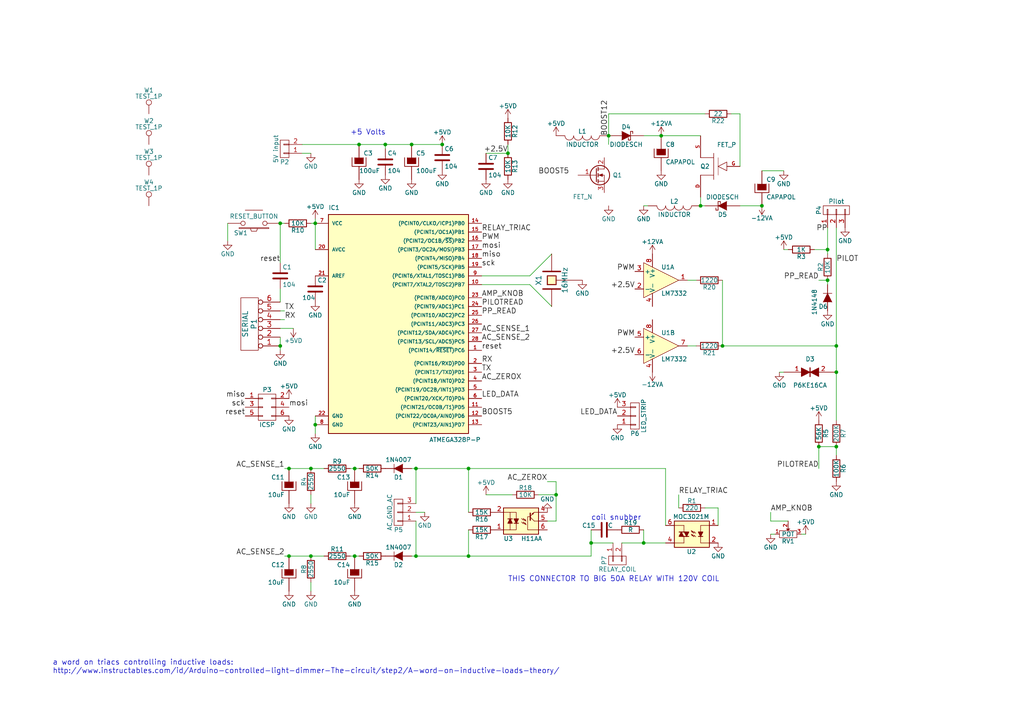
<source format=kicad_sch>
(kicad_sch (version 20230121) (generator eeschema)
  (paper "A4")
  (lib_symbols
    (symbol "arbduino-cache:ATMEGA328P-P" (pin_names (offset 1.016))
      (property "Reference" "IC" (at -19.05 31.75 0))
      (property "Value" "ATMEGA328P-P" (at 10.16 -35.56 0))
      (property "Footprint" "DIL28" (at 0 0 0))
      (symbol "ATMEGA328P-P_1_1"
        (pin bidirectional line (at 25.4 -8.89 180) (length 3.81) (name "(PCINT14/~{RESET})PC6") (number "1"))
        (pin bidirectional line (at 25.4 10.16 180) (length 3.81) (name "(PCINT7/XTAL2/TOSC2)PB7") (number "10"))
        (pin bidirectional line (at 25.4 -25.4 180) (length 3.81) (name "(PCINT21/OC0B/T1)PD5") (number "11"))
        (pin bidirectional line (at 25.4 -27.94 180) (length 3.81) (name "(PCINT22/OC0A/AIN0)PD6") (number "12"))
        (pin bidirectional line (at 25.4 -30.48 180) (length 3.81) (name "(PCINT23/AIN1)PD7") (number "13"))
        (pin bidirectional line (at 25.4 27.94 180) (length 3.81) (name "(PCINT0/CLKO/ICP1)PB0") (number "14"))
        (pin bidirectional line (at 25.4 25.4 180) (length 3.81) (name "(PCINT1/OC1A)PB1") (number "15"))
        (pin bidirectional line (at 25.4 22.86 180) (length 3.81) (name "(PCINT2/OC1B/~{SS})PB2") (number "16"))
        (pin bidirectional line (at 25.4 20.32 180) (length 3.81) (name "(PCINT3/OC2A/MOSI)PB3") (number "17"))
        (pin bidirectional line (at 25.4 17.78 180) (length 3.81) (name "(PCINT4/MISO)PB4") (number "18"))
        (pin bidirectional line (at 25.4 15.24 180) (length 3.81) (name "(PCINT5/SCK)PB5") (number "19"))
        (pin bidirectional line (at 25.4 -12.7 180) (length 3.81) (name "(PCINT16/RXD)PD0") (number "2"))
        (pin power_in line (at -22.86 20.32 0) (length 3.81) (name "AVCC") (number "20"))
        (pin bidirectional line (at -22.86 12.7 0) (length 3.81) (name "AREF") (number "21"))
        (pin power_in line (at -22.86 -27.94 0) (length 3.81) (name "GND") (number "22"))
        (pin bidirectional line (at 25.4 6.35 180) (length 3.81) (name "(PCINT8/ADC0)PC0") (number "23"))
        (pin bidirectional line (at 25.4 3.81 180) (length 3.81) (name "(PCINT9/ADC1)PC1") (number "24"))
        (pin bidirectional line (at 25.4 1.27 180) (length 3.81) (name "(PCINT10/ADC2)PC2") (number "25"))
        (pin bidirectional line (at 25.4 -1.27 180) (length 3.81) (name "(PCINT11/ADC3)PC3") (number "26"))
        (pin bidirectional line (at 25.4 -3.81 180) (length 3.81) (name "(PCINT12/SDA/ADC4)PC4") (number "27"))
        (pin bidirectional line (at 25.4 -6.35 180) (length 3.81) (name "(PCINT13/SCL/ADC5)PC5") (number "28"))
        (pin bidirectional line (at 25.4 -15.24 180) (length 3.81) (name "(PCINT17/TXD)PD1") (number "3"))
        (pin bidirectional line (at 25.4 -17.78 180) (length 3.81) (name "(PCINT18/INT0)PD2") (number "4"))
        (pin bidirectional line (at 25.4 -20.32 180) (length 3.81) (name "(PCINT19/OC2B/INT1)PD3") (number "5"))
        (pin bidirectional line (at 25.4 -22.86 180) (length 3.81) (name "(PCINT20/XCK/T0)PD4") (number "6"))
        (pin power_in line (at -22.86 27.94 0) (length 3.81) (name "VCC") (number "7"))
        (pin power_in line (at -22.86 -30.48 0) (length 3.81) (name "GND") (number "8"))
        (pin bidirectional line (at 25.4 12.7 180) (length 3.81) (name "(PCINT6/XTAL1/TOSC1)PB6") (number "9"))
      )
    )
    (symbol "arbduino-cache:BUTTON_FRAME" (pin_numbers hide) (pin_names (offset 1.016) hide)
      (property "Reference" "SW" (at 3.81 2.794 0))
      (property "Value" "BUTTON_FRAME" (at 0 -2.032 0))
      (symbol "BUTTON_FRAME_0_1"
        (pin passive inverted (at -7.62 0 0) (length 5.08) (name "1") (number "1"))
        (pin passive inverted (at 7.62 0 180) (length 5.08) (name "2") (number "2"))
      )
      (symbol "BUTTON_FRAME_1_1"
        (pin passive line (at -2.54 -3.81 0) (length 2.54) (name "~") (number "4"))
        (pin passive line (at 2.54 -3.81 180) (length 2.54) (name "~") (number "5"))
      )
    )
    (symbol "arbduino-cache:CAPAPOL" (pin_numbers hide) (pin_names (offset 0.254) hide)
      (property "Reference" "C" (at 1.27 2.54 0))
      (property "Value" "CAPAPOL" (at 1.27 -2.54 0))
      (symbol "CAPAPOL_1_1"
        (pin passive line (at 0 5.08 270) (length 3.81) (name "~") (number "1"))
        (pin passive line (at 0 -5.08 90) (length 3.81) (name "~") (number "2"))
      )
    )
    (symbol "arbduino-cache:CONN_6" (pin_names (offset 0.762) hide)
      (property "Reference" "P" (at -1.27 0 90))
      (property "Value" "CONN_6" (at 1.27 0 90))
      (symbol "CONN_6_1_1"
        (pin passive inverted (at -8.89 6.35 0) (length 6.35) (name "1") (number "1"))
        (pin passive inverted (at -8.89 3.81 0) (length 6.35) (name "2") (number "2"))
        (pin passive inverted (at -8.89 1.27 0) (length 6.35) (name "3") (number "3"))
        (pin passive inverted (at -8.89 -1.27 0) (length 6.35) (name "4") (number "4"))
        (pin passive inverted (at -8.89 -3.81 0) (length 6.35) (name "5") (number "5"))
        (pin passive inverted (at -8.89 -6.35 0) (length 6.35) (name "6") (number "6"))
      )
    )
    (symbol "arbduino-cache:DIODESCH" (pin_numbers hide) (pin_names (offset 1.016) hide)
      (property "Reference" "D" (at 0 2.54 0))
      (property "Value" "DIODESCH" (at 0 -2.54 0))
      (symbol "DIODESCH_1_1"
        (pin passive line (at -5.08 0 0) (length 3.81) (name "A") (number "1"))
        (pin passive line (at 5.08 0 180) (length 3.81) (name "K") (number "2"))
      )
    )
    (symbol "arbduino-cache:FET_N" (pin_names (offset 0.762) hide)
      (property "Reference" "Q" (at -2.4638 6.35 0))
      (property "Value" "FET_N" (at -3.7338 -6.2738 0))
      (symbol "FET_N_1_1"
        (pin passive line (at 3.81 8.89 270) (length 6.35) (name "D") (number "D"))
        (pin input line (at -7.62 0 0) (length 3.81) (name "G") (number "G"))
        (pin passive line (at 3.81 -8.89 90) (length 6.35) (name "S") (number "S"))
      )
    )
    (symbol "arbduino-cache:GND" (power) (pin_names (offset 0))
      (property "Value" "GND" (at 0 -3.81 0))
      (symbol "GND_1_1"
        (pin power_in line (at 0 0 270) (length 0) hide (name "GND") (number "1"))
      )
    )
    (symbol "arbduino-cache:INDUCTOR" (pin_numbers hide) (pin_names (offset 1.016) hide)
      (property "Reference" "L" (at -1.27 0 90))
      (property "Value" "INDUCTOR" (at 2.54 0 90))
      (symbol "INDUCTOR_1_1"
        (pin passive line (at 0 7.62 270) (length 2.54) (name "1") (number "1"))
        (pin passive line (at 0 -7.62 90) (length 2.54) (name "2") (number "2"))
      )
    )
    (symbol "arbduino-cache:RESONATOR" (pin_numbers hide) (pin_names (offset 1.016) hide)
      (property "Reference" "X" (at 0 3.81 0))
      (property "Value" "RESONATOR" (at 0 -3.81 0))
      (symbol "RESONATOR_1_1"
        (pin passive line (at -7.62 0 0) (length 5.08) (name "1") (number "1"))
        (pin passive line (at 7.62 0 180) (length 5.08) (name "2") (number "2"))
        (pin input line (at 0 -8.89 90) (length 7.62) (name "gnd") (number "3"))
      )
    )
    (symbol "minievse-rescue:+12VA" (power) (pin_names (offset 0))
      (property "Value" "+12VA" (at 0 3.556 0))
      (symbol "+12VA_1_1"
        (pin power_in line (at 0 0 90) (length 0) hide (name "+12VA") (number "1"))
      )
    )
    (symbol "minievse-rescue:+5VD" (power) (pin_names (offset 0))
      (property "Value" "+5VD" (at 0 3.556 0))
      (symbol "+5VD_1_1"
        (pin power_in line (at 0 0 90) (length 0) hide (name "+5VD") (number "1"))
      )
    )
    (symbol "minievse-rescue:-12VA" (power) (pin_names (offset 0))
      (property "Value" "-12VA" (at 0 3.556 0))
      (symbol "-12VA_1_1"
        (pin power_in line (at 0 0 90) (length 0) hide (name "-12VA") (number "1"))
      )
    )
    (symbol "minievse-rescue:C" (pin_numbers hide) (pin_names (offset 0.254))
      (property "Reference" "C" (at 0.635 2.54 0))
      (property "Value" "C" (at 0.635 -2.54 0))
      (symbol "C_1_1"
        (pin passive line (at 0 3.81 270) (length 2.794) (name "~") (number "1"))
        (pin passive line (at 0 -3.81 90) (length 2.794) (name "~") (number "2"))
      )
    )
    (symbol "minievse-rescue:CONN_01X02" (pin_names (offset 1.016) hide)
      (property "Reference" "P" (at 0 3.81 0))
      (property "Value" "CONN_01X02" (at 2.54 0 90))
      (symbol "CONN_01X02_1_1"
        (pin passive line (at -5.08 1.27 0) (length 3.81) (name "P1") (number "1"))
        (pin passive line (at -5.08 -1.27 0) (length 3.81) (name "P2") (number "2"))
      )
    )
    (symbol "minievse-rescue:CONN_01X03" (pin_names (offset 1.016) hide)
      (property "Reference" "P" (at 0 5.08 0))
      (property "Value" "CONN_01X03" (at 2.54 0 90))
      (symbol "CONN_01X03_1_1"
        (pin passive line (at -5.08 2.54 0) (length 3.81) (name "P1") (number "1"))
        (pin passive line (at -5.08 0 0) (length 3.81) (name "P2") (number "2"))
        (pin passive line (at -5.08 -2.54 0) (length 3.81) (name "P3") (number "3"))
      )
    )
    (symbol "minievse-rescue:CONN_02X03" (pin_names (offset 0.0254) hide)
      (property "Reference" "P" (at 0 5.08 0))
      (property "Value" "CONN_02X03" (at 0 -5.08 0))
      (symbol "CONN_02X03_1_1"
        (pin passive line (at -6.35 2.54 0) (length 3.81) (name "P1") (number "1"))
        (pin passive line (at 6.35 2.54 180) (length 3.81) (name "P2") (number "2"))
        (pin passive line (at -6.35 0 0) (length 3.81) (name "P3") (number "3"))
        (pin passive line (at 6.35 0 180) (length 3.81) (name "P4") (number "4"))
        (pin passive line (at -6.35 -2.54 0) (length 3.81) (name "P5") (number "5"))
        (pin passive line (at 6.35 -2.54 180) (length 3.81) (name "P6") (number "6"))
      )
    )
    (symbol "minievse-rescue:D" (pin_numbers hide) (pin_names (offset 1.016) hide)
      (property "Reference" "D" (at 0 2.54 0))
      (property "Value" "D" (at 0 -2.54 0))
      (symbol "D_1_1"
        (pin passive line (at -3.81 0 0) (length 2.54) (name "K") (number "1"))
        (pin passive line (at 3.81 0 180) (length 2.54) (name "A") (number "2"))
      )
    )
    (symbol "minievse-rescue:H11AA" (pin_names (offset 1.016))
      (property "Reference" "U" (at -5.08 5.08 0))
      (property "Value" "H11AA" (at 0 5.08 0))
      (property "Footprint" "DIP-6" (at -5.08 -5.08 0))
      (symbol "H11AA_1_1"
        (pin passive line (at -7.62 2.54 0) (length 2.54) (name "~") (number "1"))
        (pin passive line (at -7.62 -2.54 0) (length 2.54) (name "~") (number "2"))
        (pin passive line (at 7.62 -2.54 180) (length 2.54) (name "~") (number "4"))
        (pin passive line (at 7.62 0 180) (length 2.54) (name "~") (number "5"))
        (pin passive line (at 7.62 2.54 180) (length 2.54) (name "~") (number "6"))
      )
    )
    (symbol "minievse-rescue:LM7332" (pin_names (offset 0.254))
      (property "Reference" "U" (at 0 3.81 0))
      (property "Value" "LM7332" (at 0 -3.81 0))
      (symbol "LM7332_0_1"
        (pin power_in line (at -2.54 -7.62 90) (length 3.81) (name "V-") (number "4"))
        (pin power_in line (at -2.54 7.62 270) (length 3.81) (name "V+") (number "8"))
      )
      (symbol "LM7332_1_1"
        (pin output line (at 7.62 0 180) (length 2.54) (name "~") (number "1"))
        (pin input line (at -7.62 -2.54 0) (length 2.54) (name "-") (number "2"))
        (pin input line (at -7.62 2.54 0) (length 2.54) (name "+") (number "3"))
      )
      (symbol "LM7332_2_1"
        (pin input line (at -7.62 2.54 0) (length 2.54) (name "+") (number "5"))
        (pin input line (at -7.62 -2.54 0) (length 2.54) (name "-") (number "6"))
        (pin output line (at 7.62 0 180) (length 2.54) (name "~") (number "7"))
      )
    )
    (symbol "minievse-rescue:MOC3021M" (pin_names (offset 1.016))
      (property "Reference" "U" (at -5.334 4.826 0))
      (property "Value" "MOC3021M" (at 0 5.08 0))
      (property "Footprint" "DIP-6" (at -5.08 -5.08 0))
      (symbol "MOC3021M_1_1"
        (pin passive line (at -7.62 2.54 0) (length 2.54) (name "~") (number "1"))
        (pin passive line (at -7.62 -2.54 0) (length 2.54) (name "~") (number "2"))
        (pin passive line (at 7.62 -2.54 180) (length 2.54) (name "~") (number "4"))
        (pin passive line (at 7.62 2.54 180) (length 2.54) (name "~") (number "6"))
      )
    )
    (symbol "minievse-rescue:POT" (pin_names (offset 1.016) hide)
      (property "Reference" "RV" (at 0 -2.032 0))
      (property "Value" "POT" (at 0 0 0))
      (symbol "POT_1_1"
        (pin passive line (at -3.81 0 0) (length 1.27) (name "1") (number "1"))
        (pin passive line (at 0 3.81 270) (length 2.54) (name "2") (number "2"))
        (pin passive line (at 3.81 0 180) (length 1.27) (name "3") (number "3"))
      )
    )
    (symbol "minievse-rescue:Q_NMOS_GDS" (pin_names (offset 0) hide)
      (property "Reference" "Q" (at 7.62 1.27 0))
      (property "Value" "Q_NMOS_GDS" (at 16.51 -1.27 0))
      (symbol "Q_NMOS_GDS_1_1"
        (pin input line (at -5.08 0 0) (length 5.334) (name "G") (number "1"))
        (pin passive line (at 2.54 5.08 270) (length 2.54) (name "D") (number "2"))
        (pin passive line (at 2.54 -5.08 90) (length 2.54) (name "S") (number "3"))
      )
    )
    (symbol "minievse-rescue:R" (pin_numbers hide) (pin_names (offset 0))
      (property "Reference" "R" (at 2.032 0 90))
      (property "Value" "R" (at 0 0 90))
      (symbol "R_1_1"
        (pin passive line (at 0 3.81 270) (length 1.27) (name "~") (number "1"))
        (pin passive line (at 0 -3.81 90) (length 1.27) (name "~") (number "2"))
      )
    )
    (symbol "minievse-rescue:TEST_1P" (pin_numbers hide) (pin_names (offset 0.762) hide)
      (property "Reference" "W" (at 0 6.858 0))
      (property "Value" "TEST_1P" (at 0 5.08 0))
      (symbol "TEST_1P_1_1"
        (pin passive line (at 0 0 90) (length 2.54) (name "1") (number "1"))
      )
    )
    (symbol "minievse-rescue:TVS" (pin_names (offset 1.016))
      (property "Reference" "D" (at 0 3.81 0))
      (property "Value" "TVS" (at 0 -3.81 0))
      (symbol "TVS_1_1"
        (pin passive line (at -7.62 0 0) (length 7.62) (name "~") (number "1"))
        (pin passive line (at 7.62 0 180) (length 7.62) (name "~") (number "2"))
      )
    )
  )
  (junction (at 90.17 161.29))
  (junction (at 83.82 135.89))
  (junction (at 102.87 161.29))
  (junction (at 81.28 64.77))
  (junction (at 242.57 100.33))
  (junction (at 120.65 135.89))
  (junction (at 191.77 39.37))
  (junction (at 171.45 157.48))
  (junction (at 102.87 135.89))
  (junction (at 91.44 64.77))
  (junction (at 242.57 129.54))
  (junction (at 203.2 59.69))
  (junction (at 90.17 135.89))
  (junction (at 237.49 129.54))
  (junction (at 81.28 100.33))
  (junction (at 209.55 100.33))
  (junction (at 119.38 41.91))
  (junction (at 111.76 41.91))
  (junction (at 91.44 123.19))
  (junction (at 135.89 135.89))
  (junction (at 161.29 143.51))
  (junction (at 128.27 41.91))
  (junction (at 240.03 81.28))
  (junction (at 240.03 72.39))
  (junction (at 135.89 161.29))
  (junction (at 176.53 39.37))
  (junction (at 186.69 157.48))
  (junction (at 83.82 161.29))
  (junction (at 104.14 41.91))
  (junction (at 147.32 44.45))
  (junction (at 242.57 107.95))
  (junction (at 120.65 161.29))
  (junction (at 220.98 59.69))
  (wire (pts (xy 91.44 123.19) (xy 91.44 125.73)))
  (wire (pts (xy 161.29 151.13) (xy 161.29 143.51)))
  (wire (pts (xy 120.65 161.29) (xy 119.38 161.29)))
  (wire (pts (xy 90.17 161.29) (xy 93.98 161.29)))
  (wire (pts (xy 161.29 139.7) (xy 158.75 139.7)))
  (wire (pts (xy 83.82 135.89) (xy 90.17 135.89)))
  (wire (pts (xy 135.89 135.89) (xy 193.04 135.89)))
  (wire (pts (xy 90.17 135.89) (xy 93.98 135.89)))
  (wire (pts (xy 186.69 153.67) (xy 186.69 157.48)))
  (wire (pts (xy 85.09 95.25) (xy 81.28 95.25)))
  (wire (pts (xy 139.7 82.55) (xy 153.67 82.55)))
  (wire (pts (xy 120.65 151.13) (xy 120.65 161.29)))
  (wire (pts (xy 226.06 107.95) (xy 227.33 107.95)))
  (wire (pts (xy 209.55 100.33) (xy 242.57 100.33)))
  (wire (pts (xy 242.57 66.04) (xy 242.57 100.33)))
  (wire (pts (xy 153.67 82.55) (xy 160.02 88.9)))
  (wire (pts (xy 208.28 147.32) (xy 208.28 152.4)))
  (wire (pts (xy 91.44 63.5) (xy 91.44 64.77)))
  (wire (pts (xy 102.87 161.29) (xy 104.14 161.29)))
  (wire (pts (xy 120.65 146.05) (xy 120.65 135.89)))
  (wire (pts (xy 90.17 64.77) (xy 91.44 64.77)))
  (wire (pts (xy 186.69 157.48) (xy 193.04 157.48)))
  (wire (pts (xy 233.68 154.94) (xy 232.41 154.94)))
  (wire (pts (xy 242.57 107.95) (xy 242.57 121.92)))
  (wire (pts (xy 135.89 161.29) (xy 135.89 153.67)))
  (wire (pts (xy 204.47 147.32) (xy 208.28 147.32)))
  (wire (pts (xy 180.34 157.48) (xy 186.69 157.48)))
  (wire (pts (xy 186.69 39.37) (xy 191.77 39.37)))
  (wire (pts (xy 135.89 135.89) (xy 135.89 148.59)))
  (wire (pts (xy 171.45 161.29) (xy 135.89 161.29)))
  (wire (pts (xy 176.53 39.37) (xy 176.53 41.91)))
  (wire (pts (xy 101.6 135.89) (xy 102.87 135.89)))
  (wire (pts (xy 223.52 148.59) (xy 223.52 151.13)))
  (wire (pts (xy 220.98 59.69) (xy 214.63 59.69)))
  (wire (pts (xy 111.76 41.91) (xy 111.76 43.18)))
  (wire (pts (xy 237.49 129.54) (xy 242.57 129.54)))
  (wire (pts (xy 101.6 161.29) (xy 102.87 161.29)))
  (wire (pts (xy 240.03 72.39) (xy 240.03 73.66)))
  (wire (pts (xy 214.63 33.02) (xy 214.63 48.26)))
  (wire (pts (xy 82.55 135.89) (xy 83.82 135.89)))
  (wire (pts (xy 223.52 151.13) (xy 228.6 151.13)))
  (wire (pts (xy 227.33 72.39) (xy 228.6 72.39)))
  (wire (pts (xy 193.04 135.89) (xy 193.04 152.4)))
  (wire (pts (xy 201.93 100.33) (xy 199.39 100.33)))
  (wire (pts (xy 227.33 49.53) (xy 220.98 49.53)))
  (wire (pts (xy 191.77 39.37) (xy 203.2 39.37)))
  (wire (pts (xy 203.2 59.69) (xy 203.2 57.15)))
  (wire (pts (xy 236.22 72.39) (xy 240.03 72.39)))
  (wire (pts (xy 160.02 73.66) (xy 153.67 80.01)))
  (wire (pts (xy 153.67 80.01) (xy 139.7 80.01)))
  (wire (pts (xy 82.55 92.71) (xy 81.28 92.71)))
  (wire (pts (xy 237.49 81.28) (xy 240.03 81.28)))
  (wire (pts (xy 212.09 33.02) (xy 214.63 33.02)))
  (wire (pts (xy 91.44 120.65) (xy 91.44 123.19)))
  (wire (pts (xy 123.19 148.59) (xy 120.65 148.59)))
  (wire (pts (xy 83.82 161.29) (xy 90.17 161.29)))
  (wire (pts (xy 201.93 81.28) (xy 199.39 81.28)))
  (wire (pts (xy 81.28 100.33) (xy 81.28 97.79)))
  (wire (pts (xy 204.47 59.69) (xy 203.2 59.69)))
  (wire (pts (xy 161.29 143.51) (xy 161.29 139.7)))
  (wire (pts (xy 82.55 64.77) (xy 81.28 64.77)))
  (wire (pts (xy 91.44 64.77) (xy 91.44 72.39)))
  (wire (pts (xy 119.38 41.91) (xy 128.27 41.91)))
  (wire (pts (xy 81.28 90.17) (xy 82.55 90.17)))
  (wire (pts (xy 223.52 154.94) (xy 224.79 154.94)))
  (wire (pts (xy 158.75 151.13) (xy 161.29 151.13)))
  (wire (pts (xy 147.32 44.45) (xy 147.32 41.91)))
  (wire (pts (xy 104.14 41.91) (xy 111.76 41.91)))
  (wire (pts (xy 140.97 143.51) (xy 148.59 143.51)))
  (wire (pts (xy 209.55 100.33) (xy 209.55 81.28)))
  (wire (pts (xy 111.76 41.91) (xy 119.38 41.91)))
  (wire (pts (xy 204.47 33.02) (xy 176.53 33.02)))
  (wire (pts (xy 240.03 66.04) (xy 240.03 72.39)))
  (wire (pts (xy 135.89 161.29) (xy 120.65 161.29)))
  (wire (pts (xy 120.65 135.89) (xy 135.89 135.89)))
  (wire (pts (xy 81.28 83.82) (xy 81.28 87.63)))
  (wire (pts (xy 102.87 135.89) (xy 104.14 135.89)))
  (wire (pts (xy 90.17 171.45) (xy 90.17 168.91)))
  (wire (pts (xy 177.8 157.48) (xy 171.45 157.48)))
  (wire (pts (xy 186.69 59.69) (xy 187.96 59.69)))
  (wire (pts (xy 171.45 157.48) (xy 171.45 161.29)))
  (wire (pts (xy 196.85 143.51) (xy 196.85 147.32)))
  (wire (pts (xy 176.53 33.02) (xy 176.53 39.37)))
  (wire (pts (xy 242.57 129.54) (xy 242.57 132.08)))
  (wire (pts (xy 81.28 101.6) (xy 81.28 100.33)))
  (wire (pts (xy 81.28 64.77) (xy 81.28 76.2)))
  (wire (pts (xy 237.49 129.54) (xy 237.49 135.89)))
  (wire (pts (xy 242.57 100.33) (xy 242.57 107.95)))
  (wire (pts (xy 119.38 135.89) (xy 120.65 135.89)))
  (wire (pts (xy 90.17 146.05) (xy 90.17 143.51)))
  (wire (pts (xy 171.45 153.67) (xy 171.45 157.48)))
  (wire (pts (xy 82.55 161.29) (xy 83.82 161.29)))
  (wire (pts (xy 66.04 69.85) (xy 66.04 64.77)))
  (wire (pts (xy 156.21 143.51) (xy 161.29 143.51)))
  (wire (pts (xy 87.63 41.91) (xy 104.14 41.91)))
  (wire (pts (xy 90.17 44.45) (xy 87.63 44.45)))
  (wire (pts (xy 140.97 44.45) (xy 147.32 44.45)))
  (wire (pts (xy 240.03 81.28) (xy 240.03 82.55)))
  (text "a word on triacs controlling inductive loads:\nhttp://www.instructables.com/id/Arduino-controlled-light-dimmer-The-circuit/step2/A-word-on-inductive-loads-theory/" (at 15.24 195.58 0) (effects (font (size 1.524 1.524)) (justify left bottom)))
  (text "+5 Volts" (at 101.6 39.37 0) (effects (font (size 1.524 1.524)) (justify left bottom)))
  (text "THIS CONNECTOR TO BIG 50A RELAY WITH 120V COIL" (at 147.32 168.91 0) (effects (font (size 1.524 1.524)) (justify left bottom)))
  (text "coil snubber" (at 171.45 151.13 0) (effects (font (size 1.524 1.524)) (justify left bottom)))
  (label "AMP_KNOB" (at 223.52 148.59 0) (effects (font (size 1.524 1.524))))
  (label "mosi" (at 83.82 118.11 0) (effects (font (size 1.524 1.524))))
  (label "RELAY_TRIAC" (at 139.7 67.31 0) (effects (font (size 1.524 1.524))))
  (label "RX" (at 139.7 105.41 0) (effects (font (size 1.524 1.524))))
  (label "reset" (at 81.28 76.2 180) (effects (font (size 1.524 1.524))))
  (label "AC_SENSE_1" (at 82.55 135.89 180) (effects (font (size 1.524 1.524))))
  (label "+2.5V" (at 184.15 83.82 180) (effects (font (size 1.524 1.524))))
  (label "miso" (at 139.7 74.93 0) (effects (font (size 1.524 1.524))))
  (label "+2.5V" (at 147.32 44.45 180) (effects (font (size 1.524 1.524))))
  (label "PP_READ" (at 237.49 81.28 180) (effects (font (size 1.524 1.524))))
  (label "RELAY_TRIAC" (at 196.85 143.51 0) (effects (font (size 1.524 1.524))))
  (label "PILOT" (at 242.57 76.2 0) (effects (font (size 1.524 1.524))))
  (label "reset" (at 139.7 101.6 0) (effects (font (size 1.524 1.524))))
  (label "BOOST5" (at 139.7 120.65 0) (effects (font (size 1.524 1.524))))
  (label "LED_DATA" (at 179.07 120.65 180) (effects (font (size 1.524 1.524))))
  (label "AC_SENSE_2" (at 139.7 99.06 0) (effects (font (size 1.524 1.524))))
  (label "PWM" (at 184.15 97.79 180) (effects (font (size 1.524 1.524))))
  (label "TX" (at 82.55 90.17 0) (effects (font (size 1.524 1.524))))
  (label "PWM" (at 139.7 69.85 0) (effects (font (size 1.524 1.524))))
  (label "TX" (at 139.7 107.95 0) (effects (font (size 1.524 1.524))))
  (label "sck" (at 71.12 118.11 180) (effects (font (size 1.524 1.524))))
  (label "AC_ZEROX" (at 139.7 110.49 0) (effects (font (size 1.524 1.524))))
  (label "AC_SENSE_1" (at 139.7 96.52 0) (effects (font (size 1.524 1.524))))
  (label "AC_SENSE_2" (at 82.55 161.29 180) (effects (font (size 1.524 1.524))))
  (label "PWM" (at 184.15 78.74 180) (effects (font (size 1.524 1.524))))
  (label "PILOTREAD" (at 237.49 135.89 180) (effects (font (size 1.524 1.524))))
  (label "sck" (at 139.7 77.47 0) (effects (font (size 1.524 1.524))))
  (label "reset" (at 71.12 120.65 180) (effects (font (size 1.524 1.524))))
  (label "PP_READ" (at 139.7 91.44 0) (effects (font (size 1.524 1.524))))
  (label "RX" (at 82.55 92.71 0) (effects (font (size 1.524 1.524))))
  (label "mosi" (at 139.7 72.39 0) (effects (font (size 1.524 1.524))))
  (label "+2.5V" (at 184.15 102.87 180) (effects (font (size 1.524 1.524))))
  (label "AMP_KNOB" (at 139.7 86.36 0) (effects (font (size 1.524 1.524))))
  (label "miso" (at 71.12 115.57 180) (effects (font (size 1.524 1.524))))
  (label "BOOST5" (at 165.1 50.8 180) (effects (font (size 1.524 1.524))))
  (label "AC_ZEROX" (at 158.75 139.7 180) (effects (font (size 1.524 1.524))))
  (label "PP" (at 240.03 67.31 180) (effects (font (size 1.524 1.524))))
  (label "BOOST12" (at 176.53 39.37 90) (effects (font (size 1.524 1.524))))
  (label "PILOTREAD" (at 139.7 88.9 0) (effects (font (size 1.524 1.524))))
  (label "LED_DATA" (at 139.7 115.57 0) (effects (font (size 1.524 1.524))))
  (symbol (lib_id "arbduino-cache:ATMEGA328P-P") (at 114.3 92.71 0) (unit 1)
    (property "Reference" "IC1" (at 95.25 60.96 0) (effects (justify left bottom)))
    (property "Value" "ATMEGA328P-P" (at 124.46 128.27 0) (effects (justify left bottom)))
    (property "Footprint" "Housings_DIP:DIP-28_W7.62mm_LongPads" (effects hide))
  )
  (symbol (lib_id "arbduino-cache:GND") (at 91.44 125.73 0) (unit 1)
    (property "Reference" "#PWR01" (effects hide))
    (property "Value" "GND" (at 91.44 129.54 0))
  )
  (symbol (lib_id "minievse-rescue:C") (at 91.44 83.82 0) (unit 1)
    (property "Reference" "C2" (at 92.075 81.28 0) (effects (justify left)))
    (property "Value" "104" (at 87.63 86.36 0) (effects (justify left)))
    (property "Footprint" "Capacitors_ThroughHole:C_Disc_D3_P2.5" (effects hide))
  )
  (symbol (lib_id "arbduino-cache:GND") (at 91.44 87.63 0) (unit 1)
    (property "Reference" "#PWR02" (effects hide))
    (property "Value" "GND" (at 91.44 91.44 0))
  )
  (symbol (lib_id "minievse-rescue:C") (at 128.27 45.72 0) (unit 1)
    (property "Reference" "C6" (at 128.905 43.18 0) (effects (justify left)))
    (property "Value" "104" (at 128.905 48.26 0) (effects (justify left)))
    (property "Footprint" "Capacitors_ThroughHole:C_Disc_D3_P2.5" (effects hide))
  )
  (symbol (lib_id "arbduino-cache:GND") (at 128.27 49.53 0) (unit 1)
    (property "Reference" "#PWR03" (effects hide))
    (property "Value" "GND" (at 128.27 53.34 0))
  )
  (symbol (lib_id "arbduino-cache:RESONATOR") (at 160.02 81.28 90) (unit 1)
    (property "Reference" "X1" (at 156.21 81.28 0) (effects (font (size 1.524 1.524))))
    (property "Value" "16MHz" (at 163.83 81.28 0) (effects (font (size 1.524 1.524))))
    (property "Footprint" "battery-dlg:HC-49V-OR-RESONATOR" (effects hide))
  )
  (symbol (lib_id "arbduino-cache:GND") (at 168.91 81.28 0) (unit 1)
    (property "Reference" "#PWR04" (effects hide))
    (property "Value" "GND" (at 168.91 85.09 0))
  )
  (symbol (lib_id "arbduino-cache:CAPAPOL") (at 119.38 46.99 0) (unit 1)
    (property "Reference" "C5" (at 120.65 44.45 0) (effects (justify left)))
    (property "Value" "100uF" (at 120.65 49.53 0) (effects (justify left)))
    (property "Footprint" "Capacitors_ThroughHole:C_Radial_D7.5_L11.2_P2.5" (effects hide))
  )
  (symbol (lib_id "arbduino-cache:GND") (at 119.38 52.07 0) (unit 1)
    (property "Reference" "#PWR05" (effects hide))
    (property "Value" "GND" (at 119.38 55.88 0))
  )
  (symbol (lib_id "minievse-rescue:R") (at 86.36 64.77 270) (unit 1)
    (property "Reference" "R10" (at 86.36 66.802 90))
    (property "Value" "10K" (at 86.36 64.77 90))
    (property "Footprint" "Resistors_ThroughHole:Resistor_Horizontal_RM10mm" (effects hide))
  )
  (symbol (lib_id "arbduino-cache:BUTTON_FRAME") (at 73.66 64.77 180) (unit 1)
    (property "Reference" "SW1" (at 69.85 67.564 0))
    (property "Value" "RESET_BUTTON" (at 73.66 62.738 0))
    (property "Footprint" "battery-dlg:SW-1825027-5" (effects hide))
  )
  (symbol (lib_id "arbduino-cache:GND") (at 66.04 69.85 0) (unit 1)
    (property "Reference" "#PWR06" (effects hide))
    (property "Value" "GND" (at 66.04 73.66 0))
  )
  (symbol (lib_id "arbduino-cache:CONN_6") (at 72.39 93.98 180) (unit 1)
    (property "Reference" "P1" (at 73.66 93.98 90) (effects (font (size 1.524 1.524))))
    (property "Value" "SERIAL" (at 71.12 93.98 90) (effects (font (size 1.524 1.524))))
    (property "Footprint" "Pin_Headers:Pin_Header_Straight_1x06" (effects hide))
  )
  (symbol (lib_id "arbduino-cache:GND") (at 81.28 101.6 0) (unit 1)
    (property "Reference" "#PWR07" (effects hide))
    (property "Value" "GND" (at 81.28 105.41 0))
  )
  (symbol (lib_id "minievse-rescue:C") (at 81.28 80.01 0) (unit 1)
    (property "Reference" "C1" (at 81.915 77.47 0) (effects (justify left)))
    (property "Value" "104" (at 81.915 82.55 0) (effects (justify left)))
    (property "Footprint" "Capacitors_ThroughHole:C_Disc_D3_P2.5" (effects hide))
  )
  (symbol (lib_id "minievse-rescue:CONN_02X03") (at 77.47 118.11 0) (unit 1)
    (property "Reference" "P3" (at 77.47 113.03 0))
    (property "Value" "ICSP" (at 77.47 123.19 0))
    (property "Footprint" "Pin_Headers:Pin_Header_Straight_2x03" (effects hide))
  )
  (symbol (lib_id "arbduino-cache:GND") (at 83.82 120.65 0) (unit 1)
    (property "Reference" "#PWR08" (effects hide))
    (property "Value" "GND" (at 83.82 124.46 0))
  )
  (symbol (lib_id "minievse-rescue:CONN_01X03") (at 242.57 60.96 90) (unit 1)
    (property "Reference" "P4" (at 237.49 60.96 0))
    (property "Value" "Pilot" (at 242.57 58.42 90))
    (property "Footprint" "Connect:PINHEAD1-3" (effects hide))
  )
  (symbol (lib_id "arbduino-cache:GND") (at 245.11 66.04 0) (unit 1)
    (property "Reference" "#PWR09" (effects hide))
    (property "Value" "GND" (at 245.11 69.85 0))
  )
  (symbol (lib_id "arbduino-cache:GND") (at 226.06 107.95 0) (unit 1)
    (property "Reference" "#PWR010" (effects hide))
    (property "Value" "GND" (at 226.06 111.76 0))
  )
  (symbol (lib_id "minievse-rescue:R") (at 242.57 125.73 0) (unit 1)
    (property "Reference" "R7" (at 244.602 125.73 90))
    (property "Value" "200K" (at 242.57 125.73 90))
    (property "Footprint" "Resistors_ThroughHole:Resistor_Horizontal_RM10mm" (effects hide))
  )
  (symbol (lib_id "minievse-rescue:R") (at 242.57 135.89 0) (unit 1)
    (property "Reference" "R6" (at 244.602 135.89 90))
    (property "Value" "100K" (at 242.57 135.89 90))
    (property "Footprint" "Resistors_ThroughHole:Resistor_Horizontal_RM10mm" (effects hide))
  )
  (symbol (lib_id "minievse-rescue:R") (at 237.49 125.73 0) (unit 1)
    (property "Reference" "R5" (at 239.522 125.73 90))
    (property "Value" "56K" (at 237.49 125.73 90))
    (property "Footprint" "Resistors_ThroughHole:Resistor_Horizontal_RM10mm" (effects hide))
  )
  (symbol (lib_id "arbduino-cache:GND") (at 242.57 139.7 0) (unit 1)
    (property "Reference" "#PWR011" (effects hide))
    (property "Value" "GND" (at 242.57 143.51 0))
  )
  (symbol (lib_id "minievse-rescue:R") (at 232.41 72.39 270) (unit 1)
    (property "Reference" "R3" (at 232.41 74.422 90))
    (property "Value" "1K" (at 232.41 72.39 90))
    (property "Footprint" "Resistors_ThroughHole:Resistor_Horizontal_RM10mm" (effects hide))
  )
  (symbol (lib_id "minievse-rescue:R") (at 240.03 77.47 180) (unit 1)
    (property "Reference" "R2" (at 237.998 77.47 90))
    (property "Value" "10K" (at 240.03 77.47 90))
    (property "Footprint" "Resistors_ThroughHole:Resistor_Horizontal_RM10mm" (effects hide))
  )
  (symbol (lib_id "minievse-rescue:D") (at 240.03 86.36 270) (unit 1)
    (property "Reference" "D6" (at 238.76 88.9 90))
    (property "Value" "1N4148" (at 236.22 87.63 0))
    (property "Footprint" "Diodes_ThroughHole:Diode_DO-35_SOD27_Horizontal_RM10" (effects hide))
  )
  (symbol (lib_id "arbduino-cache:GND") (at 240.03 90.17 0) (unit 1)
    (property "Reference" "#PWR012" (effects hide))
    (property "Value" "GND" (at 240.03 93.98 0))
  )
  (symbol (lib_id "minievse-rescue:C") (at 111.76 46.99 0) (unit 1)
    (property "Reference" "C4" (at 112.395 44.45 0) (effects (justify left)))
    (property "Value" "104" (at 112.395 49.53 0) (effects (justify left)))
    (property "Footprint" "Capacitors_ThroughHole:C_Disc_D3_P2.5" (effects hide))
  )
  (symbol (lib_id "arbduino-cache:CAPAPOL") (at 104.14 46.99 0) (unit 1)
    (property "Reference" "C3" (at 105.41 44.45 0) (effects (justify left)))
    (property "Value" "100uF" (at 104.14 49.53 0) (effects (justify left)))
    (property "Footprint" "Capacitors_ThroughHole:C_Radial_D7.5_L11.2_P2.5" (effects hide))
  )
  (symbol (lib_id "arbduino-cache:GND") (at 111.76 50.8 0) (unit 1)
    (property "Reference" "#PWR013" (effects hide))
    (property "Value" "GND" (at 111.76 54.61 0))
  )
  (symbol (lib_id "arbduino-cache:GND") (at 104.14 52.07 0) (unit 1)
    (property "Reference" "#PWR014" (effects hide))
    (property "Value" "GND" (at 104.14 55.88 0))
  )
  (symbol (lib_id "minievse-rescue:CONN_01X02") (at 82.55 43.18 180) (unit 1)
    (property "Reference" "P2" (at 82.55 46.99 0))
    (property "Value" "5V input" (at 80.01 43.18 90))
    (property "Footprint" "battery-dlg:CCFLHV" (effects hide))
  )
  (symbol (lib_id "arbduino-cache:GND") (at 90.17 44.45 0) (unit 1)
    (property "Reference" "#PWR015" (effects hide))
    (property "Value" "GND" (at 90.17 48.26 0))
  )
  (symbol (lib_id "minievse-rescue:TVS") (at 234.95 107.95 0) (unit 1)
    (property "Reference" "D3" (at 234.95 104.14 0))
    (property "Value" "P6KE16CA" (at 234.95 111.76 0))
    (property "Footprint" "Diodes_ThroughHole:Diode_DO-41_SOD81_Horizontal_RM10" (effects hide))
  )
  (symbol (lib_id "minievse-rescue:R") (at 200.66 147.32 270) (mirror x) (unit 1)
    (property "Reference" "R1" (at 200.66 145.288 90))
    (property "Value" "220" (at 200.66 147.32 90))
    (property "Footprint" "Resistors_ThroughHole:Resistor_Horizontal_RM10mm" (effects hide))
  )
  (symbol (lib_id "minievse-rescue:+5VD") (at 83.82 115.57 0) (unit 1)
    (property "Reference" "#PWR016" (effects hide))
    (property "Value" "+5VD" (at 83.82 112.014 0))
  )
  (symbol (lib_id "minievse-rescue:+5VD") (at 85.09 95.25 180) (unit 1)
    (property "Reference" "#PWR017" (effects hide))
    (property "Value" "+5VD" (at 85.09 98.806 0))
  )
  (symbol (lib_id "minievse-rescue:+5VD") (at 91.44 63.5 0) (unit 1)
    (property "Reference" "#PWR018" (effects hide))
    (property "Value" "+5VD" (at 91.44 59.944 0))
  )
  (symbol (lib_id "minievse-rescue:CONN_01X02") (at 179.07 162.56 90) (mirror x) (unit 1)
    (property "Reference" "P7" (at 175.26 162.56 0))
    (property "Value" "RELAY_COIL" (at 179.07 165.1 90))
    (property "Footprint" "battery-dlg:CCFLHV" (effects hide))
  )
  (symbol (lib_id "minievse-rescue:+5VD") (at 128.27 41.91 0) (unit 1)
    (property "Reference" "#PWR019" (effects hide))
    (property "Value" "+5VD" (at 128.27 38.354 0))
  )
  (symbol (lib_id "minievse-rescue:MOC3021M") (at 200.66 154.94 0) (mirror y) (unit 1)
    (property "Reference" "U2" (at 201.93 160.02 0) (effects (justify left)))
    (property "Value" "MOC3021M" (at 205.74 149.86 0) (effects (justify left)))
    (property "Footprint" "Housings_DIP:DIP-6_W7.62mm_LongPads" (effects hide))
  )
  (symbol (lib_id "minievse-rescue:+5VD") (at 237.49 121.92 0) (unit 1)
    (property "Reference" "#PWR020" (effects hide))
    (property "Value" "+5VD" (at 237.49 118.364 0))
  )
  (symbol (lib_id "minievse-rescue:+5VD") (at 227.33 72.39 0) (unit 1)
    (property "Reference" "#PWR021" (effects hide))
    (property "Value" "+5VD" (at 227.33 68.834 0))
  )
  (symbol (lib_id "minievse-rescue:D") (at 115.57 135.89 0) (mirror x) (unit 1)
    (property "Reference" "D1" (at 115.57 138.43 0))
    (property "Value" "1N4007" (at 115.57 133.35 0))
    (property "Footprint" "Diodes_ThroughHole:Diode_DO-41_SOD81_Horizontal_RM10" (effects hide))
  )
  (symbol (lib_id "minievse-rescue:R") (at 107.95 135.89 90) (mirror x) (unit 1)
    (property "Reference" "R14" (at 107.95 137.922 90))
    (property "Value" "50K" (at 107.95 135.89 90))
    (property "Footprint" "Resistors_ThroughHole:Resistor_Horizontal_RM10mm" (effects hide))
  )
  (symbol (lib_id "arbduino-cache:CAPAPOL") (at 102.87 140.97 0) (mirror y) (unit 1)
    (property "Reference" "C13" (at 101.6 138.43 0) (effects (justify left)))
    (property "Value" "10uF" (at 101.6 143.51 0) (effects (justify left)))
    (property "Footprint" "Capacitors_ThroughHole:C_Radial_D5_L6_P2.5" (effects hide))
  )
  (symbol (lib_id "minievse-rescue:R") (at 97.79 135.89 270) (mirror x) (unit 1)
    (property "Reference" "R9" (at 97.79 133.858 90))
    (property "Value" "2550" (at 97.79 135.89 90))
    (property "Footprint" "Resistors_ThroughHole:Resistor_Horizontal_RM10mm" (effects hide))
  )
  (symbol (lib_id "minievse-rescue:R") (at 90.17 139.7 0) (mirror y) (unit 1)
    (property "Reference" "R4" (at 88.138 139.7 90))
    (property "Value" "2550" (at 90.17 139.7 90))
    (property "Footprint" "Resistors_ThroughHole:Resistor_Horizontal_RM10mm" (effects hide))
  )
  (symbol (lib_id "arbduino-cache:CAPAPOL") (at 83.82 140.97 0) (mirror y) (unit 1)
    (property "Reference" "C11" (at 82.55 138.43 0) (effects (justify left)))
    (property "Value" "10uF" (at 82.55 143.51 0) (effects (justify left)))
    (property "Footprint" "Capacitors_ThroughHole:C_Radial_D5_L6_P2.5" (effects hide))
  )
  (symbol (lib_id "arbduino-cache:GND") (at 83.82 146.05 0) (unit 1)
    (property "Reference" "#PWR022" (effects hide))
    (property "Value" "GND" (at 83.82 149.86 0))
  )
  (symbol (lib_id "arbduino-cache:GND") (at 90.17 146.05 0) (unit 1)
    (property "Reference" "#PWR023" (effects hide))
    (property "Value" "GND" (at 90.17 149.86 0))
  )
  (symbol (lib_id "arbduino-cache:GND") (at 102.87 146.05 0) (unit 1)
    (property "Reference" "#PWR024" (effects hide))
    (property "Value" "GND" (at 102.87 149.86 0))
  )
  (symbol (lib_id "minievse-rescue:D") (at 115.57 161.29 0) (mirror x) (unit 1)
    (property "Reference" "D2" (at 115.57 163.83 0))
    (property "Value" "1N4007" (at 115.57 158.75 0))
    (property "Footprint" "Diodes_ThroughHole:Diode_DO-41_SOD81_Horizontal_RM10" (effects hide))
  )
  (symbol (lib_id "minievse-rescue:R") (at 107.95 161.29 90) (mirror x) (unit 1)
    (property "Reference" "R15" (at 107.95 163.322 90))
    (property "Value" "50K" (at 107.95 161.29 90))
    (property "Footprint" "Resistors_ThroughHole:Resistor_Horizontal_RM10mm" (effects hide))
  )
  (symbol (lib_id "arbduino-cache:CAPAPOL") (at 102.87 166.37 0) (mirror y) (unit 1)
    (property "Reference" "C14" (at 101.6 163.83 0) (effects (justify left)))
    (property "Value" "10uF" (at 101.6 168.91 0) (effects (justify left)))
    (property "Footprint" "Capacitors_ThroughHole:C_Radial_D5_L6_P2.5" (effects hide))
  )
  (symbol (lib_id "minievse-rescue:R") (at 97.79 161.29 270) (mirror x) (unit 1)
    (property "Reference" "R11" (at 97.79 159.258 90))
    (property "Value" "2550" (at 97.79 161.29 90))
    (property "Footprint" "Resistors_ThroughHole:Resistor_Horizontal_RM10mm" (effects hide))
  )
  (symbol (lib_id "minievse-rescue:R") (at 90.17 165.1 0) (mirror y) (unit 1)
    (property "Reference" "R8" (at 88.138 165.1 90))
    (property "Value" "2550" (at 90.17 165.1 90))
    (property "Footprint" "Resistors_ThroughHole:Resistor_Horizontal_RM10mm" (effects hide))
  )
  (symbol (lib_id "arbduino-cache:CAPAPOL") (at 83.82 166.37 0) (mirror y) (unit 1)
    (property "Reference" "C12" (at 82.55 163.83 0) (effects (justify left)))
    (property "Value" "10uF" (at 82.55 168.91 0) (effects (justify left)))
    (property "Footprint" "Capacitors_ThroughHole:C_Radial_D5_L6_P2.5" (effects hide))
  )
  (symbol (lib_id "arbduino-cache:GND") (at 83.82 171.45 0) (unit 1)
    (property "Reference" "#PWR025" (effects hide))
    (property "Value" "GND" (at 83.82 175.26 0))
  )
  (symbol (lib_id "arbduino-cache:GND") (at 90.17 171.45 0) (unit 1)
    (property "Reference" "#PWR026" (effects hide))
    (property "Value" "GND" (at 90.17 175.26 0))
  )
  (symbol (lib_id "arbduino-cache:GND") (at 102.87 171.45 0) (unit 1)
    (property "Reference" "#PWR027" (effects hide))
    (property "Value" "GND" (at 102.87 175.26 0))
  )
  (symbol (lib_id "arbduino-cache:GND") (at 158.75 148.59 180) (unit 1)
    (property "Reference" "#PWR028" (effects hide))
    (property "Value" "GND" (at 158.75 144.78 0))
  )
  (symbol (lib_id "minievse-rescue:R") (at 152.4 143.51 90) (unit 1)
    (property "Reference" "R18" (at 152.4 141.478 90))
    (property "Value" "10K" (at 152.4 143.51 90))
    (property "Footprint" "Resistors_ThroughHole:Resistor_Horizontal_RM10mm" (effects hide))
  )
  (symbol (lib_id "minievse-rescue:+5VD") (at 140.97 143.51 0) (unit 1)
    (property "Reference" "#PWR029" (effects hide))
    (property "Value" "+5VD" (at 140.97 139.954 0))
  )
  (symbol (lib_id "minievse-rescue:R") (at 139.7 148.59 270) (unit 1)
    (property "Reference" "R16" (at 139.7 150.622 90))
    (property "Value" "15K" (at 139.7 148.59 90))
    (property "Footprint" "Resistors_ThroughHole:Resistor_Horizontal_RM10mm" (effects hide))
  )
  (symbol (lib_id "minievse-rescue:R") (at 139.7 153.67 270) (unit 1)
    (property "Reference" "R17" (at 139.7 155.702 90))
    (property "Value" "15K" (at 139.7 153.67 90))
    (property "Footprint" "Resistors_ThroughHole:Resistor_Horizontal_RM10mm" (effects hide))
  )
  (symbol (lib_id "arbduino-cache:GND") (at 208.28 157.48 0) (unit 1)
    (property "Reference" "#PWR030" (effects hide))
    (property "Value" "GND" (at 208.28 161.29 0))
  )
  (symbol (lib_id "minievse-rescue:H11AA") (at 151.13 151.13 0) (mirror x) (unit 1)
    (property "Reference" "U3" (at 146.05 156.21 0) (effects (justify left)))
    (property "Value" "H11AA" (at 151.13 156.21 0) (effects (justify left)))
    (property "Footprint" "Housings_DIP:DIP-6_W7.62mm_LongPads" (effects hide))
  )
  (symbol (lib_id "minievse-rescue:C") (at 175.26 153.67 90) (unit 1)
    (property "Reference" "C15" (at 172.72 152.4 90) (effects (justify left)))
    (property "Value" "C" (at 177.8 152.4 90) (effects (justify left)))
  )
  (symbol (lib_id "minievse-rescue:R") (at 182.88 153.67 90) (unit 1)
    (property "Reference" "R19" (at 182.88 151.638 90))
    (property "Value" "R" (at 182.88 153.67 90))
  )
  (symbol (lib_id "minievse-rescue:CONN_01X03") (at 115.57 148.59 180) (unit 1)
    (property "Reference" "P5" (at 115.57 153.67 0))
    (property "Value" "AC_GND_AC" (at 113.03 148.59 90))
    (property "Footprint" "Connect:bornier3" (effects hide))
  )
  (symbol (lib_id "arbduino-cache:GND") (at 123.19 148.59 0) (unit 1)
    (property "Reference" "#PWR031" (effects hide))
    (property "Value" "GND" (at 123.19 152.4 0))
  )
  (symbol (lib_id "minievse-rescue:POT") (at 228.6 154.94 0) (unit 1)
    (property "Reference" "RV1" (at 228.6 156.972 0))
    (property "Value" "POT" (at 228.6 154.94 0))
    (property "Footprint" "Potentiometers:Potentiometer_Triwood_RM-065" (effects hide))
  )
  (symbol (lib_id "arbduino-cache:GND") (at 223.52 154.94 0) (unit 1)
    (property "Reference" "#PWR032" (effects hide))
    (property "Value" "GND" (at 223.52 158.75 0))
  )
  (symbol (lib_id "minievse-rescue:+5VD") (at 233.68 154.94 0) (unit 1)
    (property "Reference" "#PWR033" (effects hide))
    (property "Value" "+5VD" (at 233.68 151.384 0))
  )
  (symbol (lib_id "minievse-rescue:CONN_01X03") (at 184.15 120.65 0) (mirror x) (unit 1)
    (property "Reference" "P6" (at 184.15 125.73 0))
    (property "Value" "LED_STRIP" (at 186.69 120.65 90))
    (property "Footprint" "Connect:PINHEAD1-3" (effects hide))
  )
  (symbol (lib_id "arbduino-cache:GND") (at 179.07 123.19 0) (unit 1)
    (property "Reference" "#PWR034" (effects hide))
    (property "Value" "GND" (at 179.07 127 0))
  )
  (symbol (lib_id "minievse-rescue:+5VD") (at 179.07 118.11 0) (unit 1)
    (property "Reference" "#PWR035" (effects hide))
    (property "Value" "+5VD" (at 179.07 114.554 0))
  )
  (symbol (lib_id "minievse-rescue:Q_NMOS_GDS") (at 172.72 50.8 0) (unit 1)
    (property "Reference" "Q1" (at 179.07 50.8 0))
    (property "Value" "FET_N" (at 168.9862 57.0738 0))
  )
  (symbol (lib_id "arbduino-cache:INDUCTOR") (at 168.91 39.37 270) (unit 1)
    (property "Reference" "L1" (at 168.91 38.1 90))
    (property "Value" "INDUCTOR" (at 168.91 41.91 90))
    (property "Footprint" "Inductors:INDUCTOR_V" (effects hide))
  )
  (symbol (lib_id "minievse-rescue:+5VD") (at 161.29 39.37 0) (unit 1)
    (property "Reference" "#PWR036" (effects hide))
    (property "Value" "+5VD" (at 161.29 35.814 0))
  )
  (symbol (lib_id "arbduino-cache:DIODESCH") (at 181.61 39.37 0) (unit 1)
    (property "Reference" "D4" (at 181.61 36.83 0))
    (property "Value" "DIODESCH" (at 181.61 41.91 0))
  )
  (symbol (lib_id "arbduino-cache:CAPAPOL") (at 191.77 44.45 0) (unit 1)
    (property "Reference" "C8" (at 193.04 41.91 0) (effects (justify left)))
    (property "Value" "CAPAPOL" (at 193.04 46.99 0) (effects (justify left)))
  )
  (symbol (lib_id "arbduino-cache:GND") (at 176.53 59.69 0) (unit 1)
    (property "Reference" "#PWR037" (effects hide))
    (property "Value" "GND" (at 176.53 63.5 0))
  )
  (symbol (lib_id "arbduino-cache:GND") (at 191.77 49.53 0) (unit 1)
    (property "Reference" "#PWR038" (effects hide))
    (property "Value" "GND" (at 191.77 53.34 0))
  )
  (symbol (lib_id "arbduino-cache:FET_N") (at 207.01 48.26 180) (unit 1)
    (property "Reference" "Q2" (at 204.47 48.26 0))
    (property "Value" "FET_P" (at 210.7438 41.9862 0))
  )
  (symbol (lib_id "arbduino-cache:INDUCTOR") (at 195.58 59.69 270) (unit 1)
    (property "Reference" "L2" (at 195.58 58.42 90))
    (property "Value" "INDUCTOR" (at 195.58 62.23 90))
    (property "Footprint" "Inductors:INDUCTOR_V" (effects hide))
  )
  (symbol (lib_id "arbduino-cache:GND") (at 186.69 59.69 0) (unit 1)
    (property "Reference" "#PWR039" (effects hide))
    (property "Value" "GND" (at 186.69 63.5 0))
  )
  (symbol (lib_id "arbduino-cache:DIODESCH") (at 209.55 59.69 180) (unit 1)
    (property "Reference" "D5" (at 209.55 62.23 0))
    (property "Value" "DIODESCH" (at 209.55 57.15 0))
  )
  (symbol (lib_id "arbduino-cache:CAPAPOL") (at 220.98 54.61 0) (unit 1)
    (property "Reference" "C9" (at 222.25 52.07 0) (effects (justify left)))
    (property "Value" "CAPAPOL" (at 222.25 57.15 0) (effects (justify left)))
  )
  (symbol (lib_id "arbduino-cache:GND") (at 227.33 49.53 0) (unit 1)
    (property "Reference" "#PWR040" (effects hide))
    (property "Value" "GND" (at 227.33 53.34 0))
  )
  (symbol (lib_id "minievse-rescue:LM7332") (at 191.77 81.28 0) (unit 1)
    (property "Reference" "U1" (at 191.77 77.47 0) (effects (justify left)))
    (property "Value" "LM7332" (at 191.77 85.09 0) (effects (justify left)))
  )
  (symbol (lib_id "minievse-rescue:LM7332") (at 191.77 100.33 0) (unit 2)
    (property "Reference" "U1" (at 191.77 96.52 0) (effects (justify left)))
    (property "Value" "LM7332" (at 191.77 104.14 0) (effects (justify left)))
  )
  (symbol (lib_id "minievse-rescue:R") (at 205.74 81.28 270) (unit 1)
    (property "Reference" "R20" (at 205.74 83.312 90))
    (property "Value" "1220" (at 205.74 81.28 90))
  )
  (symbol (lib_id "minievse-rescue:R") (at 205.74 100.33 270) (unit 1)
    (property "Reference" "R21" (at 205.74 102.362 90))
    (property "Value" "1220" (at 205.74 100.33 90))
  )
  (symbol (lib_id "minievse-rescue:R") (at 147.32 48.26 0) (unit 1)
    (property "Reference" "R13" (at 149.352 48.26 90))
    (property "Value" "10K" (at 147.32 48.26 90))
    (property "Footprint" "Resistors_ThroughHole:Resistor_Horizontal_RM10mm" (effects hide))
  )
  (symbol (lib_id "minievse-rescue:R") (at 147.32 38.1 0) (unit 1)
    (property "Reference" "R12" (at 149.352 38.1 90))
    (property "Value" "10K" (at 147.32 38.1 90))
    (property "Footprint" "Resistors_ThroughHole:Resistor_Horizontal_RM10mm" (effects hide))
  )
  (symbol (lib_id "minievse-rescue:+5VD") (at 147.32 34.29 0) (unit 1)
    (property "Reference" "#PWR041" (effects hide))
    (property "Value" "+5VD" (at 147.32 30.734 0))
  )
  (symbol (lib_id "arbduino-cache:GND") (at 140.97 52.07 0) (unit 1)
    (property "Reference" "#PWR042" (effects hide))
    (property "Value" "GND" (at 140.97 55.88 0))
  )
  (symbol (lib_id "arbduino-cache:GND") (at 147.32 52.07 0) (unit 1)
    (property "Reference" "#PWR043" (effects hide))
    (property "Value" "GND" (at 147.32 55.88 0))
  )
  (symbol (lib_id "minievse-rescue:-12VA") (at 220.98 59.69 180) (unit 1)
    (property "Reference" "#PWR044" (effects hide))
    (property "Value" "-12VA" (at 220.98 63.246 0))
  )
  (symbol (lib_id "minievse-rescue:+12VA") (at 191.77 39.37 0) (unit 1)
    (property "Reference" "#PWR045" (effects hide))
    (property "Value" "+12VA" (at 191.77 35.814 0))
  )
  (symbol (lib_id "minievse-rescue:+12VA") (at 189.23 73.66 0) (unit 1)
    (property "Reference" "#PWR046" (effects hide))
    (property "Value" "+12VA" (at 189.23 70.104 0))
  )
  (symbol (lib_id "minievse-rescue:R") (at 208.28 33.02 270) (unit 1)
    (property "Reference" "R22" (at 208.28 35.052 90))
    (property "Value" "22" (at 208.28 33.02 90))
    (property "Footprint" "Resistors_ThroughHole:Resistor_Horizontal_RM10mm" (effects hide))
  )
  (symbol (lib_id "minievse-rescue:-12VA") (at 189.23 107.95 180) (unit 1)
    (property "Reference" "#PWR047" (effects hide))
    (property "Value" "-12VA" (at 189.23 111.506 0))
  )
  (symbol (lib_id "minievse-rescue:TEST_1P") (at 43.18 33.02 0) (unit 1)
    (property "Reference" "W1" (at 43.18 26.162 0))
    (property "Value" "TEST_1P" (at 43.18 27.94 0))
    (property "Footprint" "Mounting_Holes:MountingHole_3.5mm" (effects hide))
  )
  (symbol (lib_id "minievse-rescue:TEST_1P") (at 43.18 41.91 0) (unit 1)
    (property "Reference" "W2" (at 43.18 35.052 0))
    (property "Value" "TEST_1P" (at 43.18 36.83 0))
    (property "Footprint" "Mounting_Holes:MountingHole_3.5mm" (effects hide))
  )
  (symbol (lib_id "minievse-rescue:TEST_1P") (at 43.18 50.8 0) (unit 1)
    (property "Reference" "W3" (at 43.18 43.942 0))
    (property "Value" "TEST_1P" (at 43.18 45.72 0))
    (property "Footprint" "Mounting_Holes:MountingHole_3.5mm" (effects hide))
  )
  (symbol (lib_id "minievse-rescue:TEST_1P") (at 43.18 59.69 0) (unit 1)
    (property "Reference" "W4" (at 43.18 52.832 0))
    (property "Value" "TEST_1P" (at 43.18 54.61 0))
    (property "Footprint" "Mounting_Holes:MountingHole_3.5mm" (effects hide))
  )
  (symbol (lib_id "minievse-rescue:C") (at 140.97 48.26 0) (unit 1)
    (property "Reference" "C7" (at 141.605 45.72 0) (effects (justify left)))
    (property "Value" "104" (at 141.605 50.8 0) (effects (justify left)))
    (property "Footprint" "Capacitors_ThroughHole:C_Disc_D3_P2.5" (effects hide))
  )
)
</source>
